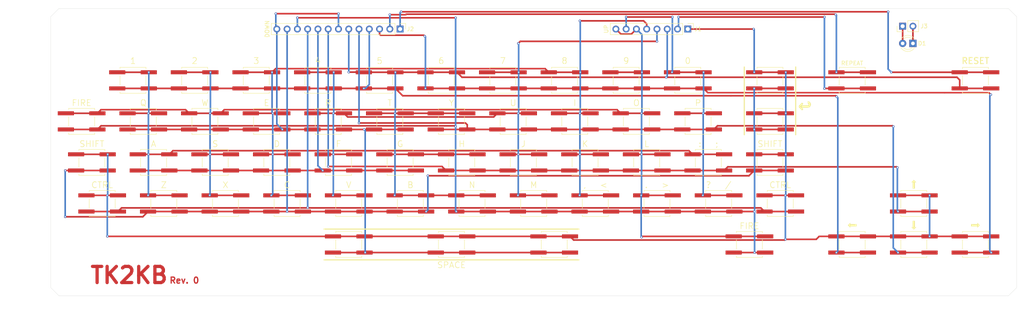
<source format=kicad_pcb>
(kicad_pcb (version 20241229) (generator "pcbnew") (generator_version "9.0")
  (layers (0 "F.Cu" signal) (2 "B.Cu" signal) (13 "F.Paste" user) (15 "B.Paste" user) (5 "F.SilkS" user "F.Silkscreen") (7 "B.SilkS" user "B.Silkscreen") (1 "F.Mask" user) (3 "B.Mask" user) (25 "Edge.Cuts" user))
  (net 0 "")
  (net 1 "/I3")
  (net 2 "/I5")
  (net 3 "/CLK")
  (net 4 "/I1")
  (net 5 "/I0")
  (net 6 "/I4")
  (net 7 "/I2")
  (net 8 "/O0")
  (net 9 "/O2")
  (net 10 "/O1")
  (net 11 "/O8")
  (net 12 "/O6")
  (net 13 "/O5")
  (net 14 "/O3")
  (net 15 "/~{RESET}")
  (net 16 "/~{REPEAT}")
  (net 17 "/O4")
  (net 18 "/O7")
  (net 19 "Net-(D1-A)")
  (net 20 "Net-(D1-K)")
  (footprint "buttons:SW_Push_SMD_Large" (layer "F.Cu") (at 111.76 81.28 180)
    (property "Reference" "SW9" (hide yes))
    (property "Value" "5")
  )
  (footprint "buttons:SW_Push_SMD_Large" (layer "F.Cu") (at 50.8 81.28 180)
    (property "Reference" "SW15" (hide yes))
    (property "Value" "1")
  )
  (footprint "buttons:SW_Push_SMD_Large" (layer "F.Cu") (at 119.38 111.76 180)
    (property "Reference" "SW50" (hide yes))
    (property "Value" "B")
  )
  (footprint "buttons:SW_Push_SMD_Large" (layer "F.Cu") (at 160.02 91.44 180)
    (property "Reference" "SW23" (hide yes))
    (property "Value" "I")
  )
  (footprint "buttons:SW_Push_SMD_Large" (layer "F.Cu") (at 86.36 101.6 180)
    (property "Reference" "SW34" (hide yes))
    (property "Value" "D")
  )
  (footprint "buttons:SW_Push_SMD_Large" (layer "F.Cu") (at 71.12 101.6 180)
    (property "Reference" "SW33" (hide yes))
    (property "Value" "S")
  )
  (footprint "buttons:SW_Push_SMD_Large" (layer "F.Cu") (at 193.04 101.6 180)
    (property "Reference" "SW41" (hide yes))
    (property "Value" ":   ;")
  )
  (footprint "buttons:SW_Push_SMD_Large" (layer "F.Cu") (at 129.54 121.92 180)
    (property "Reference" "SW5" (hide yes))
    (property "Value" "SPACE")
  )
  (footprint "buttons:SW_Push_SMD_Large" (layer "F.Cu") (at 203.2 121.92 180)
    (property "Reference" "SW26" (hide yes))
    (property "Value" "FIRE")
  )
  (footprint "buttons:SW_Push_SMD_Large" (layer "F.Cu") (at 149.86 111.76 180)
    (property "Reference" "SW52" (hide yes))
    (property "Value" "M")
  )
  (footprint "buttons:SW_Push_SMD_Large" (layer "F.Cu") (at 38.1 91.44 180)
    (property "Reference" "SW27" (hide yes))
    (property "Value" "FIRE")
  )
  (footprint "buttons:SW_Push_SMD_Large" (layer "F.Cu") (at 208.28 101.6 180)
    (property "Reference" "SW45" (hide yes))
    (property "Value" "SHIFT")
  )
  (footprint "buttons:SW_Push_SMD_Large" (layer "F.Cu") (at 66.04 81.28 180)
    (property "Reference" "SW6" (hide yes))
    (property "Value" "2")
  )
  (footprint "buttons:SW_Push_SMD_Large" (layer "F.Cu") (at 190.5 91.44 180)
    (property "Reference" "SW25" (hide yes))
    (property "Value" "P")
  )
  (footprint "buttons:SW_Push_SMD_Large" (layer "F.Cu") (at 180.34 111.76 180)
    (property "Reference" "SW54" (hide yes))
    (property "Value" ".   >")
  )
  (footprint "buttons:SW_Push_SMD_Large" (layer "F.Cu") (at 208.28 81.28 180)
    (property "Reference" "SW56" (hide yes))
    (property "Value" "RETURN")
  )
  (footprint "buttons:SW_Push_SMD_Large" (layer "F.Cu") (at 96.52 81.28 180)
    (property "Reference" "SW8" (hide yes))
    (property "Value" "4")
  )
  (footprint "LED_THT:LED_D3.0mm" (layer "F.Cu") (at 243.6225 72.136 180)
    (property "Reference" "D1")
    (property "Value" "Power LED")
  )
  (footprint "buttons:SW_Push_SMD_Large" (layer "F.Cu") (at 114.3 91.44 180)
    (property "Reference" "SW20" (hide yes))
    (property "Value" "T")
  )
  (footprint "buttons:SW_Push_SMD_Large" (layer "F.Cu") (at 172.72 81.28 180)
    (property "Reference" "SW13" (hide yes))
    (property "Value" "9")
  )
  (footprint "buttons:SW_Push_SMD_Large" (layer "F.Cu") (at 83.82 91.44 180)
    (property "Reference" "SW18" (hide yes))
    (property "Value" "E")
  )
  (footprint "buttons:SW_Push_SMD_Large" (layer "F.Cu") (at 228.6 81.28)
    (property "Reference" "SW2" (hide yes))
    (property "Value" "REPEAT")
  )
  (footprint "buttons:SW_Push_SMD_Large" (layer "F.Cu") (at 208.28 91.44 180)
    (property "Reference" "SW30" (hide yes))
    (property "Value" "RETURN" (hide yes))
  )
  (footprint "buttons:SW_Push_SMD_Large" (layer "F.Cu") (at 142.24 81.28 180)
    (property "Reference" "SW11" (hide yes))
    (property "Value" "7")
  )
  (footprint "buttons:SW_Push_SMD_Large" (layer "F.Cu") (at 162.56 101.6 180)
    (property "Reference" "SW39" (hide yes))
    (property "Value" "K")
  )
  (footprint "buttons:SW_Push_SMD_Large" (layer "F.Cu") (at 187.96 81.28 180)
    (property "Reference" "SW14" (hide yes))
    (property "Value" "0")
  )
  (footprint "buttons:SW_Push_SMD_Large" (layer "F.Cu") (at 132.08 101.6 180)
    (property "Reference" "SW37" (hide yes))
    (property "Value" "H")
  )
  (footprint "buttons:SW_Push_SMD_Large" (layer "F.Cu") (at 116.84 101.6 180)
    (property "Reference" "SW36" (hide yes))
    (property "Value" "G")
  )
  (footprint "buttons:SW_Push_SMD_Large" (layer "F.Cu") (at 104.14 121.92 180)
    (property "Reference" "SW3" (hide yes))
    (property "Value" "SPACE")
  )
  (footprint "buttons:SW_Push_SMD_Large" (layer "F.Cu") (at 68.58 91.44 180)
    (property "Reference" "SW17" (hide yes))
    (property "Value" "W")
  )
  (footprint "buttons:SW_Push_SMD_Large" (layer "F.Cu") (at 81.28 81.28 180)
    (property "Reference" "SW7" (hide yes))
    (property "Value" "3")
  )
  (footprint "buttons:SW_Push_SMD_Large" (layer "F.Cu") (at 259.08 121.92 180)
    (property "Reference" "SW43" (hide yes))
    (property "Value" "RIGHT")
  )
  (footprint "buttons:SW_Push_SMD_Large" (layer "F.Cu") (at 144.78 91.44 180)
    (property "Reference" "SW22" (hide yes))
    (property "Value" "U")
  )
  (footprint "Connector_PinHeader_2.54mm:PinHeader_1x02_P2.54mm_Vertical" (layer "F.Cu") (at 241.0775 67.8688 90)
    (property "Reference" "J3")
    (property "Value" "Power Connector")
  )
  (footprint "buttons:SW_Push_SMD_Large" (layer "F.Cu") (at 53.34 91.44 180)
    (property "Reference" "SW16" (hide yes))
    (property "Value" "Q")
  )
  (footprint "buttons:SW_Push_SMD_Large" (layer "F.Cu") (at 88.9 111.76 180)
    (property "Reference" "SW48" (hide yes))
    (property "Value" "C")
  )
  (footprint "buttons:SW_Push_SMD_Large" (layer "F.Cu") (at 243.84 121.92 180)
    (property "Reference" "SW29" (hide yes))
    (property "Value" "DOWN")
  )
  (footprint "MountingHole:MountingHole_3.2mm_M3_ISO7380" (layer "F.Cu") (at 264.16 129.54)
    (property "Reference" "H6" (hide yes))
    (property "Value" "MountingHole_Pad")
  )
  (footprint "buttons:SW_Push_SMD_Large" (layer "F.Cu") (at 177.8 101.6 180)
    (property "Reference" "SW40" (hide yes))
    (property "Value" "L")
  )
  (footprint "buttons:SW_Push_SMD_Large" (layer "F.Cu") (at 40.64 101.6 180)
    (property "Reference" "SW44" (hide yes))
    (property "Value" "SHIFT")
  )
  (footprint "buttons:SW_Push_SMD_Large" (layer "F.Cu") (at 104.14 111.76 180)
    (property "Reference" "SW49" (hide yes))
    (property "Value" "V")
  )
  (footprint "Connector_PinHeader_2.54mm:PinHeader_1x13_P2.54mm_Vertical" (layer "F.Cu") (at 116.84 68.58 -90)
    (property "Reference" "J2")
    (property "Value" "DOWN")
  )
  (footprint "buttons:SW_Push_SMD_Large" (layer "F.Cu") (at 101.6 101.6 180)
    (property "Reference" "SW35" (hide yes))
    (property "Value" "F")
  )
  (footprint "MountingHole:MountingHole_3.2mm_M3_ISO7380" (layer "F.Cu") (at 149.86 68.58)
    (property "Reference" "H3" (hide yes))
    (property "Value" "MountingHole_Pad")
  )
  (footprint "MountingHole:MountingHole_3.2mm_M3_ISO7380" (layer "F.Cu") (at 35.56 129.54)
    (property "Reference" "H2" (hide yes))
    (property "Value" "MountingHole_Pad")
  )
  (footprint "MountingHole:MountingHole_3.2mm_M3_ISO7380" (layer "F.Cu") (at 35.56 68.58)
    (property "Reference" "H1" (hide yes))
    (property "Value" "MountingHole_Pad")
  )
  (footprint "buttons:SW_Push_SMD_Large" (layer "F.Cu") (at 210.82 111.76 180)
    (property "Reference" "SW57" (hide yes))
    (property "Value" "CTRL")
  )
  (footprint "buttons:SW_Push_SMD_Large" (layer "F.Cu") (at 129.54 91.44 180)
    (property "Reference" "SW21" (hide yes))
    (property "Value" "Y")
  )
  (footprint "buttons:SW_Push_SMD_Large" (layer "F.Cu") (at 175.26 91.44 180)
    (property "Reference" "SW24" (hide yes))
    (property "Value" "O")
  )
  (footprint "buttons:SW_Push_SMD_Large" (layer "F.Cu") (at 58.42 111.76 180)
    (property "Reference" "SW46" (hide yes))
    (property "Value" "Z")
  )
  (footprint "buttons:SW_Push_SMD_Large" (layer "F.Cu") (at 55.88 101.6 180)
    (property "Reference" "SW32" (hide yes))
    (property "Value" "A")
  )
  (footprint "MountingHole:MountingHole_3.2mm_M3_ISO7380" (layer "F.Cu") (at 264.16 68.58)
    (property "Reference" "H5" (hide yes))
    (property "Value" "MountingHole_Pad")
  )
  (footprint "buttons:SW_Push_SMD_Large" (layer "F.Cu") (at 154.94 121.92 180)
    (property "Reference" "SW4" (hide yes))
    (property "Value" "SPACE")
  )
  (footprint "buttons:SW_Push_SMD_Large" (layer "F.Cu") (at 134.62 111.76 180)
    (property "Reference" "SW51" (hide yes))
    (property "Value" "N")
  )
  (footprint "buttons:SW_Push_SMD_Large" (layer "F.Cu") (at 228.6 121.92 180)
    (property "Reference" "SW42" (hide yes))
    (property "Value" "LEFT")
  )
  (footprint "buttons:SW_Push_SMD_Large" (layer "F.Cu") (at 165.1 111.76 180)
    (property "Reference" "SW53" (hide yes))
    (property "Value" ",   <")
  )
  (footprint "Connector_PinHeader_2.54mm:PinHeader_1x08_P2.54mm_Vertical" (layer "F.Cu") (at 187.96 68.58 -90)
    (property "Reference" "J1")
    (property "Value" "UP")
  )
  (footprint "buttons:SW_Push_SMD_Large" (layer "F.Cu") (at 127 81.28 180)
    (property "Reference" "SW10" (hide yes))
    (property "Value" "6")
  )
  (footprint "buttons:SW_Push_SMD_Large" (layer "F.Cu") (at 99.06 91.44 180)
    (property "Reference" "SW19" (hide yes))
    (property "Value" "R")
  )
  (footprint "buttons:SW_Push_SMD_Large" (layer "F.Cu") (at 73.66 111.76 180)
    (property "Reference" "SW47" (hide yes))
    (property "Value" "X")
  )
  (footprint "MountingHole:MountingHole_3.2mm_M3_ISO7380" (layer "F.Cu") (at 149.86 129.54)
    (property "Reference" "H4" (hide yes))
    (property "Value" "MountingHole_Pad")
  )
  (footprint "buttons:SW_Push_SMD_Large" (layer "F.Cu") (at 243.84 111.76 180)
    (property "Reference" "SW28" (hide yes))
    (property "Value" "UP")
  )
  (footprint "buttons:SW_Push_SMD_Large" (layer "F.Cu") (at 195.58 111.76 180)
    (property "Reference" "SW55" (hide yes))
    (property "Value" "?   /")
  )
  (footprint "buttons:SW_Push_SMD_Large" (layer "F.Cu") (at 43.18 111.76 180)
    (property "Reference" "SW31" (hide yes))
    (property "Value" "CTRL")
  )
  (footprint "buttons:SW_Push_SMD_Large" (layer "F.Cu") (at 157.48 81.28 180)
    (property "Reference" "SW12" (hide yes))
    (property "Value" "8")
  )
  (footprint "buttons:SW_Push_SMD_Large" (layer "F.Cu") (at 147.32 101.6 180)
    (property "Reference" "SW38" (hide yes))
    (property "Value" "J")
  )
  (footprint "buttons:SW_Push_SMD_Large" (layer "F.Cu") (at 259.08 81.28)
    (property "Reference" "SW1" (hide yes))
    (property "Value" "RESET")
  )
  (gr_line (start 98.044 125.73) (end 161.036 125.73) (stroke (width 0.3)) (layer "F.SilkS"))
  (gr_line (start 214.63 77.978) (end 214.63 94.742) (stroke (width 0.3)) (layer "F.SilkS"))
  (gr_line (start 201.93 77.978) (end 201.93 94.742) (stroke (width 0.3)) (layer "F.SilkS"))
  (gr_line (start 98.044 118.11) (end 161.036 118.11) (stroke (width 0.3)) (layer "F.SilkS"))
  (gr_line (start 267.24 63.5) (end 269.24 65.5) (stroke (width 0.05)) (layer "Edge.Cuts"))
  (gr_line (start 30.48 132.62) (end 30.48 65.5) (stroke (width 0.05)) (layer "Edge.Cuts"))
  (gr_line (start 267.24 134.62) (end 269.24 132.62) (stroke (width 0.05)) (layer "Edge.Cuts"))
  (gr_line (start 32.48 134.62) (end 30.48 132.62) (stroke (width 0.05)) (layer "Edge.Cuts"))
  (gr_line (start 32.48 134.62) (end 267.24 134.62) (stroke (width 0.05)) (layer "Edge.Cuts"))
  (gr_line (start 269.24 132.62) (end 269.24 65.5) (stroke (width 0.05)) (layer "Edge.Cuts"))
  (gr_line (start 30.48 65.5) (end 32.48 63.5) (stroke (width 0.05)) (layer "Edge.Cuts"))
  (gr_line (start 32.48 63.5) (end 267.24 63.5) (stroke (width 0.05)) (layer "Edge.Cuts"))
  (gr_text "TK2KB" (at 39.878 129.54 0) (layer "F.Cu") (effects (font (size 4 4) (thickness 0.8) (bold yes)) (justify left)))
  (gr_text "Rev. 0" (at 59.69 130.81 0) (layer "F.Cu") (effects (font (size 1.5 1.5) (thickness 0.3) (bold yes)) (justify left)))
  (gr_text "⬆️" (at 243.84 107.188 0) (layer "F.SilkS") (effects (font (size 3 3) (thickness 0.3) (bold yes))))
  (gr_text "⬅️" (at 228.6 117.348 0) (layer "F.SilkS") (effects (font (size 3 3) (thickness 0.3) (bold yes))))
  (gr_text "↩️" (at 216.916 87.63 0) (layer "F.SilkS") (effects (font (size 4 4) (thickness 0.3) (bold yes))))
  (gr_text "⬇️" (at 243.84 117.348 0) (layer "F.SilkS") (effects (font (size 3 3) (thickness 0.3) (bold yes))))
  (gr_text "➡️" (at 259.08 117.348 0) (layer "F.SilkS") (effects (font (size 3 3) (thickness 0.3) (bold yes))))
  (segment (start 77.38 79.28) (end 85.18 79.28) (width 0.4) (layer "F.Cu") (net 1))
  (segment (start 85.18 79.28) (end 85.122 79.28) (width 0.4) (layer "F.Cu") (net 1))
  (segment (start 79.92 89.44) (end 85.344 89.44) (width 0.4) (layer "F.Cu") (net 1))
  (segment (start 161.29 66.548) (end 177.038 66.548) (width 0.4) (layer "F.Cu") (net 1))
  (segment (start 86.081 78.379) (end 85.18 79.28) (width 0.4) (layer "F.Cu") (net 1))
  (segment (start 152.679 78.379) (end 86.081 78.379) (width 0.4) (layer "F.Cu") (net 1))
  (segment (start 156.12 89.44) (end 161.29 89.44) (width 0.4) (layer "F.Cu") (net 1))
  (segment (start 161.29 89.44) (end 163.92 89.44) (width 0.4) (layer "F.Cu") (net 1))
  (segment (start 177.038 66.548) (end 177.8 67.31) (width 0.4) (layer "F.Cu") (net 1))
  (segment (start 161.38 79.28) (end 153.58 79.28) (width 0.4) (layer "F.Cu") (net 1))
  (segment (start 161.29 99.6) (end 166.46 99.6) (width 0.4) (layer "F.Cu") (net 1))
  (segment (start 177.8 67.31) (end 177.8 68.58) (width 0.4) (layer "F.Cu") (net 1))
  (segment (start 82.46 99.6) (end 85.344 99.6) (width 0.4) (layer "F.Cu") (net 1))
  (segment (start 161.2 109.76) (end 169 109.76) (width 0.4) (layer "F.Cu") (net 1))
  (segment (start 158.66 99.6) (end 161.29 99.6) (width 0.4) (layer "F.Cu") (net 1))
  (segment (start 153.58 79.28) (end 152.679 78.379) (width 0.4) (layer "F.Cu") (net 1))
  (segment (start 85 109.76) (end 92.8 109.76) (width 0.4) (layer "F.Cu") (net 1))
  (segment (start 85.344 99.6) (end 90.26 99.6) (width 0.4) (layer "F.Cu") (net 1))
  (segment (start 85.344 89.44) (end 87.72 89.44) (width 0.4) (layer "F.Cu") (net 1))
  (via (at 85.344 89.44) (size 0.6) (drill 0.3) (layers "F.Cu" "B.Cu") (net 1))
  (via (at 161.29 89.44) (size 0.6) (drill 0.3) (layers "F.Cu" "B.Cu") (net 1))
  (via (at 161.38 79.28) (size 0.6) (drill 0.3) (layers "F.Cu" "B.Cu") (net 1))
  (via (at 161.29 66.548) (size 0.6) (drill 0.3) (layers "F.Cu" "B.Cu") (net 1))
  (via (at 85.344 99.6) (size 0.6) (drill 0.3) (layers "F.Cu" "B.Cu") (net 1))
  (via (at 161.2 109.76) (size 0.6) (drill 0.3) (layers "F.Cu" "B.Cu") (net 1))
  (via (at 85.18 79.28) (size 0.6) (drill 0.3) (layers "F.Cu" "B.Cu") (net 1))
  (via (at 161.29 99.6) (size 0.6) (drill 0.3) (layers "F.Cu" "B.Cu") (net 1))
  (via (at 85 109.76) (size 0.6) (drill 0.3) (layers "F.Cu" "B.Cu") (net 1))
  (segment (start 161.29 109.67) (end 161.2 109.76) (width 0.4) (layer "B.Cu") (net 1))
  (segment (start 161.38 79.28) (end 161.38 66.638) (width 0.4) (layer "B.Cu") (net 1))
  (segment (start 161.29 89.44) (end 161.29 99.6) (width 0.4) (layer "B.Cu") (net 1))
  (segment (start 85.344 99.6) (end 85.344 109.416) (width 0.4) (layer "B.Cu") (net 1))
  (segment (start 161.38 89.35) (end 161.29 89.44) (width 0.4) (layer "B.Cu") (net 1))
  (segment (start 161.38 79.28) (end 161.38 89.35) (width 0.4) (layer "B.Cu") (net 1))
  (segment (start 161.29 99.6) (end 161.29 109.67) (width 0.4) (layer "B.Cu") (net 1))
  (segment (start 85.18 79.28) (end 85.18 89.276) (width 0.4) (layer "B.Cu") (net 1))
  (segment (start 161.38 66.638) (end 161.29 66.548) (width 0.4) (layer "B.Cu") (net 1))
  (segment (start 85.344 109.416) (end 85 109.76) (width 0.4) (layer "B.Cu") (net 1))
  (segment (start 85.18 89.276) (end 85.344 89.44) (width 0.4) (layer "B.Cu") (net 1))
  (segment (start 85.344 89.44) (end 85.344 99.6) (width 0.4) (layer "B.Cu") (net 1))
  (segment (start 191.77 89.44) (end 194.4 89.44) (width 0.4) (layer "F.Cu") (net 2))
  (segment (start 60.681 98.699) (end 188.239 98.699) (width 0.4) (layer "F.Cu") (net 2))
  (segment (start 59.78 99.6) (end 60.681 98.699) (width 0.4) (layer "F.Cu") (net 2))
  (segment (start 191.86 79.28) (end 184.06 79.28) (width 0.4) (layer "F.Cu") (net 2))
  (segment (start 189.14 99.6) (end 191.77 99.6) (width 0.4) (layer "F.Cu") (net 2))
  (segment (start 186.6 89.44) (end 191.77 89.44) (width 0.4) (layer "F.Cu") (net 2))
  (segment (start 188.239 98.699) (end 189.14 99.6) (width 0.4) (layer "F.Cu") (net 2))
  (segment (start 51.98 99.6) (end 54.61 99.6) (width 0.4) (layer "F.Cu") (net 2))
  (segment (start 49.44 89.44) (end 54.61 89.44) (width 0.4) (layer "F.Cu") (net 2))
  (segment (start 54.52 109.76) (end 62.32 109.76) (width 0.4) (layer "F.Cu") (net 2))
  (segment (start 191.68 109.76) (end 199.48 109.76) (width 0.4) (layer "F.Cu") (net 2))
  (segment (start 54.61 89.44) (end 57.24 89.44) (width 0.4) (layer "F.Cu") (net 2))
  (segment (start 191.77 99.6) (end 196.94 99.6) (width 0.4) (layer "F.Cu") (net 2))
  (segment (start 46.9 79.28) (end 54.7 79.28) (width 0.4) (layer "F.Cu") (net 2))
  (segment (start 184.15 65.601) (end 172.72 65.601) (width 0.4) (layer "F.Cu") (net 2))
  (segment (start 54.61 99.6) (end 59.78 99.6) (width 0.4) (layer "F.Cu") (net 2))
  (via (at 191.77 89.44) (size 0.6) (drill 0.3) (layers "F.Cu" "B.Cu") (net 2))
  (via (at 54.52 109.76) (size 0.6) (drill 0.3) (layers "F.Cu" "B.Cu") (net 2))
  (via (at 184.15 65.601) (size 0.6) (drill 0.3) (layers "F.Cu" "B.Cu") (net 2))
  (via (at 191.86 79.28) (size 0.6) (drill 0.3) (layers "F.Cu" "B.Cu") (net 2))
  (via (at 191.77 99.6) (size 0.6) (drill 0.3) (layers "F.Cu" "B.Cu") (net 2))
  (via (at 191.68 109.76) (size 0.6) (drill 0.3) (layers "F.Cu" "B.Cu") (net 2))
  (via (at 54.61 99.6) (size 0.6) (drill 0.3) (layers "F.Cu" "B.Cu") (net 2))
  (via (at 184.06 79.28) (size 0.6) (drill 0.3) (layers "F.Cu" "B.Cu") (net 2))
  (via (at 172.72 65.601) (size 0.6) (drill 0.3) (layers "F.Cu" "B.Cu") (net 2))
  (via (at 54.7 79.28) (size 0.6) (drill 0.3) (layers "F.Cu" "B.Cu") (net 2))
  (via (at 54.61 89.44) (size 0.6) (drill 0.3) (layers "F.Cu" "B.Cu") (net 2))
  (segment (start 172.72 65.601) (end 172.72 68.58) (width 0.4) (layer "B.Cu") (net 2))
  (segment (start 54.61 109.67) (end 54.52 109.76) (width 0.4) (layer "B.Cu") (net 2))
  (segment (start 191.77 109.67) (end 191.68 109.76) (width 0.4) (layer "B.Cu") (net 2))
  (segment (start 54.61 99.6) (end 54.61 109.67) (width 0.4) (layer "B.Cu") (net 2))
  (segment (start 191.86 89.35) (end 191.77 89.44) (width 0.4) (layer "B.Cu") (net 2))
  (segment (start 191.77 99.6) (end 191.77 109.67) (width 0.4) (layer "B.Cu") (net 2))
  (segment (start 184.06 79.28) (end 184.15 79.19) (width 0.4) (layer "B.Cu") (net 2))
  (segment (start 191.77 89.44) (end 191.77 99.6) (width 0.4) (layer "B.Cu") (net 2))
  (segment (start 191.86 79.28) (end 191.86 89.35) (width 0.4) (layer "B.Cu") (net 2))
  (segment (start 54.61 89.44) (end 54.61 99.6) (width 0.4) (layer "B.Cu") (net 2))
  (segment (start 54.7 79.28) (end 54.7 89.35) (width 0.4) (layer "B.Cu") (net 2))
  (segment (start 54.7 89.35) (end 54.61 89.44) (width 0.4) (layer "B.Cu") (net 2))
  (segment (start 184.15 79.19) (end 184.15 65.601) (width 0.4) (layer "B.Cu") (net 2))
  (segment (start 221.742 65.601) (end 185.674 65.601) (width 0.4) (layer "F.Cu") (net 3))
  (segment (start 224.7 83.28) (end 232.5 83.28) (width 0.4) (layer "F.Cu") (net 3))
  (segment (start 221.774 83.28) (end 221.742 83.312) (width 0.4) (layer "F.Cu") (net 3))
  (segment (start 224.7 83.28) (end 221.774 83.28) (width 0.4) (layer "F.Cu") (net 3))
  (via (at 185.674 65.601) (size 0.6) (drill 0.3) (layers "F.Cu" "B.Cu") (net 3))
  (via (at 221.742 65.601) (size 0.6) (drill 0.3) (layers "F.Cu" "B.Cu") (net 3))
  (via (at 221.742 83.312) (size 0.6) (drill 0.3) (layers "F.Cu" "B.Cu") (net 3))
  (segment (start 221.742 83.312) (end 221.742 65.601) (width 0.4) (layer "B.Cu") (net 3))
  (segment (start 185.674 68.326) (end 185.42 68.58) (width 0.4) (layer "B.Cu") (net 3))
  (segment (start 185.674 65.601) (end 185.674 68.326) (width 0.4) (layer "B.Cu") (net 3))
  (segment (start 135.98 99.6) (end 115.57 99.6) (width 0.4) (layer "F.Cu") (net 4))
  (segment (start 182.626 80.518) (end 254.508 80.518) (width 0.4) (layer "F.Cu") (net 4))
  (segment (start 115.57 79.28) (end 107.86 79.28) (width 0.4) (layer "F.Cu") (net 4))
  (segment (start 115.57 99.6) (end 112.94 99.6) (width 0.4) (layer "F.Cu") (net 4))
  (segment (start 107.828 79.248) (end 107.86 79.28) (width 0.4) (layer "F.Cu") (net 4))
  (segment (start 123.1 79.28) (end 115.57 79.28) (width 0.4) (layer "F.Cu") (net 4))
  (segment (start 130.9 79.28) (end 132.138 80.518) (width 0.4) (layer "F.Cu") (net 4))
  (segment (start 132.138 80.518) (end 182.626 80.518) (width 0.4) (layer "F.Cu") (net 4))
  (segment (start 255.18 81.19) (end 255.18 83.28) (width 0.4) (layer "F.Cu") (net 4))
  (segment (start 115.66 79.28) (end 115.57 79.28) (width 0.4) (layer "F.Cu") (net 4))
  (segment (start 110.4 89.44) (end 115.57 89.44) (width 0.4) (layer "F.Cu") (net 4))
  (segment (start 262.98 83.28) (end 255.18 83.28) (width 0.4) (layer "F.Cu") (net 4))
  (segment (start 130.9 79.28) (end 123.1 79.28) (width 0.4) (layer "F.Cu") (net 4))
  (segment (start 254.508 80.518) (end 255.18 81.19) (width 0.4) (layer "F.Cu") (net 4))
  (segment (start 115.57 89.44) (end 133.44 89.44) (width 0.4) (layer "F.Cu") (net 4))
  (segment (start 115.48 109.76) (end 138.52 109.76) (width 0.4) (layer "F.Cu") (net 4))
  (segment (start 104.14 79.248) (end 107.828 79.248) (width 0.4) (layer "F.Cu") (net 4))
  (via (at 182.626 80.518) (size 0.6) (drill 0.3) (layers "F.Cu" "B.Cu") (net 4))
  (via (at 115.66 79.28) (size 0.6) (drill 0.3) (layers "F.Cu" "B.Cu") (net 4))
  (via (at 115.57 99.6) (size 0.6) (drill 0.3) (layers "F.Cu" "B.Cu") (net 4))
  (via (at 104.14 79.248) (size 0.6) (drill 0.3) (layers "F.Cu" "B.Cu") (net 4))
  (via (at 115.48 109.76) (size 0.6) (drill 0.3) (layers "F.Cu" "B.Cu") (net 4))
  (via (at 115.57 89.44) (size 0.6) (drill 0.3) (layers "F.Cu" "B.Cu") (net 4))
  (segment (start 182.88 68.58) (end 182.88 80.264) (width 0.4) (layer "B.Cu") (net 4))
  (segment (start 115.57 89.44) (end 115.57 99.6) (width 0.4) (layer "B.Cu") (net 4))
  (segment (start 104.14 68.58) (end 104.14 79.248) (width 0.4) (layer "B.Cu") (net 4))
  (segment (start 115.57 99.6) (end 115.57 109.67) (width 0.4) (layer "B.Cu") (net 4))
  (segment (start 115.57 109.67) (end 115.48 109.76) (width 0.4) (layer "B.Cu") (net 4))
  (segment (start 182.88 80.264) (end 182.626 80.518) (width 0.4) (layer "B.Cu") (net 4))
  (segment (start 115.66 89.35) (end 115.57 89.44) (width 0.4) (layer "B.Cu") (net 4))
  (segment (start 115.66 79.28) (end 115.66 89.35) (width 0.4) (layer "B.Cu") (net 4))
  (segment (start 158.84 119.92) (end 159.741 120.821) (width 0.4) (layer "F.Cu") (net 5))
  (segment (start 211.919 120.821) (end 212.09 120.65) (width 0.4) (layer "F.Cu") (net 5))
  (segment (start 204.38 99.6) (end 212.18 99.6) (width 0.4) (layer "F.Cu") (net 5))
  (segment (start 212.09 109.76) (end 214.72 109.76) (width 0.4) (layer "F.Cu") (net 5))
  (segment (start 39.28 109.76) (end 44.45 109.76) (width 0.4) (layer "F.Cu") (net 5))
  (segment (start 220.44 119.92) (end 219.71 120.65) (width 0.4) (layer "F.Cu") (net 5))
  (segment (start 239.94 109.76) (end 247.74 109.76) (width 0.4) (layer "F.Cu") (net 5))
  (segment (start 224.7 119.92) (end 220.44 119.92) (width 0.4) (layer "F.Cu") (net 5))
  (segment (start 212.18 79.28) (end 212.09 79.28) (width 0.4) (layer "F.Cu") (net 5))
  (segment (start 204.38 79.28) (end 212.18 79.28) (width 0.4) (layer "F.Cu") (net 5))
  (segment (start 100.24 119.92) (end 158.84 119.92) (width 0.4) (layer "F.Cu") (net 5))
  (segment (start 224.7 119.92) (end 262.98 119.92) (width 0.4) (layer "F.Cu") (net 5))
  (segment (start 36.74 99.6) (end 44.54 99.6) (width 0.4) (layer "F.Cu") (net 5))
  (segment (start 100.24 119.92) (end 44.482 119.92) (width 0.4) (layer "F.Cu") (net 5))
  (segment (start 206.92 109.76) (end 212.09 109.76) (width 0.4) (layer "F.Cu") (net 5))
  (segment (start 44.482 119.92) (end 44.45 119.888) (width 0.4) (layer "F.Cu") (net 5))
  (segment (start 204.216 68.58) (end 187.96 68.58) (width 0.4) (layer "F.Cu") (net 5))
  (segment (start 204.38 89.44) (end 212.18 89.44) (width 0.4) (layer "F.Cu") (net 5))
  (segment (start 212.09 120.65) (end 219.71 120.65) (width 0.4) (layer "F.Cu") (net 5))
  (segment (start 44.45 109.76) (end 47.08 109.76) (width 0.4) (layer "F.Cu") (net 5))
  (segment (start 159.741 120.821) (end 211.919 120.821) (width 0.4) (layer "F.Cu") (net 5))
  (via (at 212.09 120.65) (size 0.6) (drill 0.3) (layers "F.Cu" "B.Cu") (net 5))
  (via (at 204.216 68.58) (size 0.6) (drill 0.3) (layers "F.Cu" "B.Cu") (net 5))
  (via (at 212.18 79.28) (size 0.6) (drill 0.3) (layers "F.Cu" "B.Cu") (net 5))
  (via (at 44.54 99.6) (size 0.6) (drill 0.3) (layers "F.Cu" "B.Cu") (net 5))
  (via (at 212.09 109.76) (size 0.6) (drill 0.3) (layers "F.Cu" "B.Cu") (net 5))
  (via (at 212.18 99.6) (size 0.6) (drill 0.3) (layers "F.Cu" "B.Cu") (net 5))
  (via (at 44.45 119.888) (size 0.6) (drill 0.3) (layers "F.Cu" "B.Cu") (net 5))
  (via (at 247.74 119.92) (size 0.6) (drill 0.3) (layers "F.Cu" "B.Cu") (net 5))
  (via (at 204.38 79.28) (size 0.6) (drill 0.3) (layers "F.Cu" "B.Cu") (net 5))
  (via (at 212.18 89.44) (size 0.6) (drill 0.3) (layers "F.Cu" "B.Cu") (net 5))
  (via (at 44.45 109.76) (size 0.6) (drill 0.3) (layers "F.Cu" "B.Cu") (net 5))
  (via (at 247.74 109.76) (size 0.6) (drill 0.3) (layers "F.Cu" "B.Cu") (net 5))
  (segment (start 204.38 68.744) (end 204.216 68.58) (width 0.4) (layer "B.Cu") (net 5))
  (segment (start 212.18 109.67) (end 212.09 109.76) (width 0.4) (layer "B.Cu") (net 5))
  (segment (start 247.74 109.76) (end 247.74 119.92) (width 0.4) (layer "B.Cu") (net 5))
  (segment (start 212.18 99.6) (end 212.18 109.67) (width 0.4) (layer "B.Cu") (net 5))
  (segment (start 204.38 79.28) (end 204.38 68.744) (width 0.4) (layer "B.Cu") (net 5))
  (segment (start 44.54 99.6) (end 44.54 109.67) (width 0.4) (layer "B.Cu") (net 5))
  (segment (start 212.09 120.65) (end 212.09 109.76) (width 0.4) (layer "B.Cu") (net 5))
  (segment (start 44.54 109.67) (end 44.45 109.76) (width 0.4) (layer "B.Cu") (net 5))
  (segment (start 44.45 119.888) (end 44.45 109.76) (width 0.4) (layer "B.Cu") (net 5))
  (segment (start 212.18 89.44) (end 212.18 99.6) (width 0.4) (layer "B.Cu") (net 5))
  (segment (start 212.18 79.28) (end 212.18 89.44) (width 0.4) (layer "B.Cu") (net 5))
  (segment (start 176.53 89.44) (end 179.16 89.44) (width 0.4) (layer "F.Cu") (net 6))
  (segment (start 171.36 89.44) (end 176.53 89.44) (width 0.4) (layer "F.Cu") (net 6))
  (segment (start 34.2 89.44) (end 42 89.44) (width 0.4) (layer "F.Cu") (net 6))
  (segment (start 63.779 88.539) (end 64.68 89.44) (width 0.4) (layer "F.Cu") (net 6))
  (segment (start 73.381 88.539) (end 72.48 89.44) (width 0.4) (layer "F.Cu") (net 6))
  (segment (start 69.85 99.6) (end 75.02 99.6) (width 0.4) (layer "F.Cu") (net 6))
  (segment (start 181.7 99.6) (end 176.53 99.6) (width 0.4) (layer "F.Cu") (net 6))
  (segment (start 171.36 89.44) (end 170.459 88.539) (width 0.4) (layer "F.Cu") (net 6))
  (segment (start 176.44 109.76) (end 184.24 109.76) (width 0.4) (layer "F.Cu") (net 6))
  (segment (start 174.009 69.831) (end 175.26 68.58) (width 0.4) (layer "F.Cu") (net 6))
  (segment (start 67.22 99.6) (end 69.85 99.6) (width 0.4) (layer "F.Cu") (net 6))
  (segment (start 62.14 79.28) (end 69.94 79.28) (width 0.4) (layer "F.Cu") (net 6))
  (segment (start 42.901 88.539) (end 63.779 88.539) (width 0.4) (layer "F.Cu") (net 6))
  (segment (start 170.459 88.539) (end 73.381 88.539) (width 0.4) (layer "F.Cu") (net 6))
  (segment (start 171.431 69.831) (end 174.009 69.831) (width 0.4) (layer "F.Cu") (net 6))
  (segment (start 42 89.44) (end 42.901 88.539) (width 0.4) (layer "F.Cu") (net 6))
  (segment (start 64.68 89.44) (end 69.85 89.44) (width 0.4) (layer "F.Cu") (net 6))
  (segment (start 170.18 68.58) (end 171.431 69.831) (width 0.4) (layer "F.Cu") (net 6))
  (segment (start 176.53 120.121) (end 176.731 119.92) (width 0.4) (layer "F.Cu") (net 6))
  (segment (start 207.1 119.92) (end 199.3 119.92) (width 0.4) (layer "F.Cu") (net 6))
  (segment (start 69.85 89.44) (end 72.48 89.44) (width 0.4) (layer "F.Cu") (net 6))
  (segment (start 69.76 109.76) (end 77.56 109.76) (width 0.4) (layer "F.Cu") (net 6))
  (segment (start 176.53 99.6) (end 173.9 99.6) (width 0.4) (layer "F.Cu") (net 6))
  (segment (start 176.731 119.92) (end 199.3 119.92) (width 0.4) (layer "F.Cu") (net 6))
  (segment (start 176.62 79.28) (end 168.82 79.28) (width 0.4) (layer "F.Cu") (net 6))
  (via (at 176.44 109.76) (size 0.6) (drill 0.3) (layers "F.Cu" "B.Cu") (net 6))
  (via (at 176.53 120.121) (size 0.6) (drill 0.3) (layers "F.Cu" "B.Cu") (net 6))
  (via (at 69.85 99.6) (size 0.6) (drill 0.3) (layers "F.Cu" "B.Cu") (net 6))
  (via (at 69.76 109.76) (size 0.6) (drill 0.3) (layers "F.Cu" "B.Cu") (net 6))
  (via (at 69.85 89.44) (size 0.6) (drill 0.3) (layers "F.Cu" "B.Cu") (net 6))
  (via (at 69.94 79.28) (size 0.6) (drill 0.3) (layers "F.Cu" "B.Cu") (net 6))
  (via (at 176.53 99.6) (size 0.6) (drill 0.3) (layers "F.Cu" "B.Cu") (net 6))
  (via (at 176.53 89.44) (size 0.6) (drill 0.3) (layers "F.Cu" "B.Cu") (net 6))
  (via (at 176.62 79.28) (size 0.6) (drill 0.3) (layers "F.Cu" "B.Cu") (net 6))
  (segment (start 176.62 79.28) (end 176.62 89.35) (width 0.4) (layer "B.Cu") (net 6))
  (segment (start 69.85 89.44) (end 69.85 99.6) (width 0.4) (layer "B.Cu") (net 6))
  (segment (start 176.44 109.76) (end 176.44 120.031) (width 0.4) (layer "B.Cu") (net 6))
  (segment (start 176.44 120.031) (end 176.53 120.121) (width 0.4) (layer "B.Cu") (net 6))
  (segment (start 176.53 99.6) (end 176.53 109.67) (width 0.4) (layer "B.Cu") (net 6))
  (segment (start 176.53 89.44) (end 176.53 99.6) (width 0.4) (layer "B.Cu") (net 6))
  (segment (start 176.62 89.35) (end 176.53 89.44) (width 0.4) (layer "B.Cu") (net 6))
  (segment (start 69.94 89.35) (end 69.85 89.44) (width 0.4) (layer "B.Cu") (net 6))
  (segment (start 176.53 109.67) (end 176.44 109.76) (width 0.4) (layer "B.Cu") (net 6))
  (segment (start 176.62 69.94) (end 175.26 68.58) (width 0.4) (layer "B.Cu") (net 6))
  (segment (start 176.62 79.28) (end 176.62 69.94) (width 0.4) (layer "B.Cu") (net 6))
  (segment (start 69.94 79.28) (end 69.94 89.35) (width 0.4) (layer "B.Cu") (net 6))
  (segment (start 69.85 109.67) (end 69.76 109.76) (width 0.4) (layer "B.Cu") (net 6))
  (segment (start 69.85 99.6) (end 69.85 109.67) (width 0.4) (layer "B.Cu") (net 6))
  (segment (start 100.33 89.44) (end 102.96 89.44) (width 0.4) (layer "F.Cu") (net 7))
  (segment (start 103.861 90.341) (end 139.979 90.341) (width 0.4) (layer "F.Cu") (net 7))
  (segment (start 102.96 89.44) (end 103.861 90.341) (width 0.4) (layer "F.Cu") (net 7))
  (segment (start 140.88 89.44) (end 146.05 89.44) (width 0.4) (layer "F.Cu") (net 7))
  (segment (start 146.05 72.136) (end 146.558 71.628) (width 0.4) (layer "F.Cu") (net 7))
  (segment (start 139.979 90.341) (end 140.88 89.44) (width 0.4) (layer "F.Cu") (net 7))
  (segment (start 100.33 99.6) (end 105.5 99.6) (width 0.4) (layer "F.Cu") (net 7))
  (segment (start 100.24 109.76) (end 108.04 109.76) (width 0.4) (layer "F.Cu") (net 7))
  (segment (start 143.42 99.6) (end 146.05 99.6) (width 0.4) (layer "F.Cu") (net 7))
  (segment (start 97.7 99.6) (end 100.33 99.6) (width 0.4) (layer "F.Cu") (net 7))
  (segment (start 146.558 71.628) (end 180.34 71.628) (width 0.4) (layer "F.Cu") (net 7))
  (segment (start 146.05 89.44) (end 148.68 89.44) (width 0.4) (layer "F.Cu") (net 7))
  (segment (start 95.16 89.44) (end 100.33 89.44) (width 0.4) (layer "F.Cu") (net 7))
  (segment (start 146.14 79.28) (end 138.34 79.28) (width 0.4) (layer "F.Cu") (net 7))
  (segment (start 145.96 109.76) (end 153.76 109.76) (width 0.4) (layer "F.Cu") (net 7))
  (segment (start 146.05 99.6) (end 151.22 99.6) (width 0.4) (layer "F.Cu") (net 7))
  (segment (start 92.62 79.28) (end 100.42 79.28) (width 0.4) (layer "F.Cu") (net 7))
  (via (at 146.05 72.136) (size 0.6) (drill 0.3) (layers "F.Cu" "B.Cu") (net 7))
  (via (at 100.33 99.6) (size 0.6) (drill 0.3) (layers "F.Cu" "B.Cu") (net 7))
  (via (at 146.14 79.28) (size 0.6) (drill 0.3) (layers "F.Cu" "B.Cu") (net 7))
  (via (at 100.24 109.76) (size 0.6) (drill 0.3) (layers "F.Cu" "B.Cu") (net 7))
  (via (at 180.34 71.628) (size 0.6) (drill 0.3) (layers "F.Cu" "B.Cu") (net 7))
  (via (at 145.96 109.76) (size 0.6) (drill 0.3) (layers "F.Cu" "B.Cu") (net 7))
  (via (at 146.05 99.6) (size 0.6) (drill 0.3) (layers "F.Cu" "B.Cu") (net 7))
  (via (at 100.42 79.28) (size 0.6) (drill 0.3) (layers "F.Cu" "B.Cu") (net 7))
  (via (at 100.33 89.44) (size 0.6) (drill 0.3) (layers "F.Cu" "B.Cu") (net 7))
  (via (at 146.05 89.44) (size 0.6) (drill 0.3) (layers "F.Cu" "B.Cu") (net 7))
  (segment (start 100.33 99.6) (end 100.33 109.67) (width 0.4) (layer "B.Cu") (net 7))
  (segment (start 180.34 68.58) (end 180.34 71.628) (width 0.4) (layer "B.Cu") (net 7))
  (segment (start 100.42 79.28) (end 100.42 89.35) (width 0.4) (layer "B.Cu") (net 7))
  (segment (start 146.14 79.28) (end 146.14 89.35) (width 0.4) (layer "B.Cu") (net 7))
  (segment (start 146.14 79.28) (end 146.14 72.226) (width 0.4) (layer "B.Cu") (net 7))
  (segment (start 100.33 109.67) (end 100.24 109.76) (width 0.4) (layer "B.Cu") (net 7))
  (segment (start 146.05 99.6) (end 146.05 109.67) (width 0.4) (layer "B.Cu") (net 7))
  (segment (start 100.33 89.44) (end 100.33 99.6) (width 0.4) (layer "B.Cu") (net 7))
  (segment (start 146.05 109.67) (end 145.96 109.76) (width 0.4) (layer "B.Cu") (net 7))
  (segment (start 100.42 89.35) (end 100.33 89.44) (width 0.4) (layer "B.Cu") (net 7))
  (segment (start 146.05 89.44) (end 146.05 99.6) (width 0.4) (layer "B.Cu") (net 7))
  (segment (start 146.14 89.35) (end 146.05 89.44) (width 0.4) (layer "B.Cu") (net 7))
  (segment (start 146.14 72.226) (end 146.05 72.136) (width 0.4) (layer "B.Cu") (net 7))
  (segment (start 251.46 84.328) (end 262.382 84.328) (width 0.4) (layer "F.Cu") (net 8))
  (segment (start 122.682 70.104) (end 112.014 70.104) (width 0.4) (layer "F.Cu") (net 8))
  (segment (start 191.86 83.28) (end 192.908 84.328) (width 0.4) (layer "F.Cu") (net 8))
  (segment (start 122.936 70.358) (end 122.682 70.104) (width 0.4) (layer "F.Cu") (net 8))
  (segment (start 255.18 123.92) (end 262.98 123.92) (width 0.4) (layer "F.Cu") (net 8))
  (segment (start 262.382 84.328) (end 262.89 84.836) (width 0.4) (layer "F.Cu") (net 8))
  (segment (start 192.908 84.328) (end 251.46 84.328) (width 0.4) (layer "F.Cu") (net 8))
  (segment (start 112.014 70.104) (end 111.76 69.85) (width 0.4) (layer "F.Cu") (net 8))
  (segment (start 123.1 83.28) (end 191.86 83.28) (width 0.4) (layer "F.Cu") (net 8))
  (segment (start 111.76 69.85) (end 111.76 68.58) (width 0.4) (layer "F.Cu") (net 8))
  (via (at 262.98 123.92) (size 0.6) (drill 0.3) (layers "F.Cu" "B.Cu") (net 8))
  (via (at 262.89 84.836) (size 0.6) (drill 0.3) (layers "F.Cu" "B.Cu") (net 8))
  (via (at 122.936 70.358) (size 0.6) (drill 0.3) (layers "F.Cu" "B.Cu") (net 8))
  (via (at 123.1 83.28) (size 0.6) (drill 0.3) (layers "F.Cu" "B.Cu") (net 8))
  (segment (start 262.636 123.576) (end 262.98 123.92) (width 0.4) (layer "B.Cu") (net 8))
  (segment (start 262.89 84.836) (end 262.636 85.09) (width 0.4) (layer "B.Cu") (net 8))
  (segment (start 123.1 70.522) (end 122.936 70.358) (width 0.4) (layer "B.Cu") (net 8))
  (segment (start 123.1 83.28) (end 123.1 70.522) (width 0.4) (layer "B.Cu") (net 8))
  (segment (start 262.636 85.09) (end 262.636 123.576) (width 0.4) (layer "B.Cu") (net 8))
  (segment (start 195.301 92.539) (end 238.589 92.539) (width 0.4) (layer "F.Cu") (net 9))
  (segment (start 125.64 93.44) (end 194.4 93.44) (width 0.4) (layer "F.Cu") (net 9))
  (segment (start 132.987 91.839) (end 133.44 92.292) (width 0.4) (layer "F.Cu") (net 9))
  (segment (start 133.44 92.292) (end 133.44 93.44) (width 0.4) (layer "F.Cu") (net 9))
  (segment (start 106.68 91.839) (end 132.987 91.839) (width 0.4) (layer "F.Cu") (net 9))
  (segment (start 194.4 93.44) (end 195.301 92.539) (width 0.4) (layer "F.Cu") (net 9))
  (segment (start 238.589 92.539) (end 238.76 92.71) (width 0.4) (layer "F.Cu") (net 9))
  (segment (start 239.94 123.92) (end 247.74 123.92) (width 0.4) (layer "F.Cu") (net 9))
  (via (at 106.68 91.839) (size 0.6) (drill 0.3) (layers "F.Cu" "B.Cu") (net 9))
  (via (at 239.94 123.92) (size 0.6) (drill 0.3) (layers "F.Cu" "B.Cu") (net 9))
  (via (at 238.76 92.71) (size 0.6) (drill 0.3) (layers "F.Cu" "B.Cu") (net 9))
  (segment (start 106.68 68.58) (end 106.68 91.839) (width 0.4) (layer "B.Cu") (net 9))
  (segment (start 238.76 122.74) (end 239.94 123.92) (width 0.4) (layer "B.Cu") (net 9))
  (segment (start 238.76 92.71) (end 238.76 122.74) (width 0.4) (layer "B.Cu") (net 9))
  (segment (start 198.628 85.09) (end 224.536 85.09) (width 0.4) (layer "F.Cu") (net 10))
  (segment (start 117.47 85.09) (end 198.628 85.09) (width 0.4) (layer "F.Cu") (net 10))
  (segment (start 115.66 83.28) (end 117.47 85.09) (width 0.4) (layer "F.Cu") (net 10))
  (segment (start 224.536 85.09) (end 224.79 85.344) (width 0.4) (layer "F.Cu") (net 10))
  (segment (start 46.9 83.28) (end 115.66 83.28) (width 0.4) (layer "F.Cu") (net 10))
  (segment (start 224.7 123.92) (end 232.5 123.92) (width 0.4) (layer "F.Cu") (net 10))
  (via (at 224.7 123.92) (size 0.6) (drill 0.3) (layers "F.Cu" "B.Cu") (net 10))
  (via (at 224.79 85.344) (size 0.6) (drill 0.3) (layers "F.Cu" "B.Cu") (net 10))
  (via (at 107.86 83.28) (size 0.6) (drill 0.3) (layers "F.Cu" "B.Cu") (net 10))
  (segment (start 108.236 83.28) (end 109.22 82.296) (width 0.4) (layer "B.Cu") (net 10))
  (segment (start 225.044 85.598) (end 225.044 123.576) (width 0.4) (layer "B.Cu") (net 10))
  (segment (start 107.86 83.28) (end 108.236 83.28) (width 0.4) (layer "B.Cu") (net 10))
  (segment (start 224.79 85.344) (end 225.044 85.598) (width 0.4) (layer "B.Cu") (net 10))
  (segment (start 225.044 123.576) (end 224.7 123.92) (width 0.4) (layer "B.Cu") (net 10))
  (segment (start 109.22 82.296) (end 109.22 68.58) (width 0.4) (layer "B.Cu") (net 10))
  (segment (start 203.078 104.902) (end 123.698 104.902) (width 0.4) (layer "F.Cu") (net 11))
  (segment (start 53.218 115.062) (end 54.52 113.76) (width 0.4) (layer "F.Cu") (net 11))
  (segment (start 34.068 103.6) (end 34.036 103.632) (width 0.4) (layer "F.Cu") (net 11))
  (segment (start 34.036 115.062) (end 53.218 115.062) (width 0.4) (layer "F.Cu") (net 11))
  (segment (start 36.74 103.6) (end 34.068 103.6) (width 0.4) (layer "F.Cu") (net 11))
  (segment (start 88.9 113.76) (end 54.52 113.76) (width 0.4) (layer "F.Cu") (net 11))
  (segment (start 36.74 103.6) (end 44.54 103.6) (width 0.4) (layer "F.Cu") (net 11))
  (segment (start 204.38 103.6) (end 212.18 103.6) (width 0.4) (layer "F.Cu") (net 11))
  (segment (start 123.28 113.76) (end 88.9 113.76) (width 0.4) (layer "F.Cu") (net 11))
  (segment (start 204.38 103.6) (end 203.078 104.902) (width 0.4) (layer "F.Cu") (net 11))
  (via (at 123.698 104.902) (size 0.6) (drill 0.3) (layers "F.Cu" "B.Cu") (net 11))
  (via (at 123.28 113.76) (size 0.6) (drill 0.3) (layers "F.Cu" "B.Cu") (net 11))
  (via (at 88.9 113.76) (size 0.6) (drill 0.3) (layers "F.Cu" "B.Cu") (net 11))
  (via (at 34.036 103.632) (size 0.6) (drill 0.3) (layers "F.Cu" "B.Cu") (net 11))
  (via (at 34.036 115.062) (size 0.6) (drill 0.3) (layers "F.Cu" "B.Cu") (net 11))
  (segment (start 34.036 115.062) (end 34.036 103.632) (width 0.4) (layer "B.Cu") (net 11))
  (segment (start 123.698 113.342) (end 123.28 113.76) (width 0.4) (layer "B.Cu") (net 11))
  (segment (start 123.698 104.902) (end 123.698 113.342) (width 0.4) (layer "B.Cu") (net 11))
  (segment (start 88.9 68.58) (end 88.9 113.76) (width 0.4) (layer "B.Cu") (net 11))
  (segment (start 39.28 113.76) (end 47.08 113.76) (width 0.4) (layer "F.Cu") (net 12))
  (segment (start 206.019 112.859) (end 206.92 113.76) (width 0.4) (layer "F.Cu") (net 12))
  (segment (start 47.08 113.76) (end 47.981 112.859) (width 0.4) (layer "F.Cu") (net 12))
  (segment (start 47.981 112.859) (end 206.019 112.859) (width 0.4) (layer "F.Cu") (net 12))
  (segment (start 214.72 113.76) (end 206.92 113.76) (width 0.4) (layer "F.Cu") (net 12))
  (via (at 93.98 112.759998) (size 0.6) (drill 0.3) (layers "F.Cu" "B.Cu") (net 12))
  (segment (start 93.98 68.58) (end 93.98 112.759998) (width 0.4) (layer "B.Cu") (net 12))
  (segment (start 120.74 103.6) (end 51.98 103.6) (width 0.4) (layer "F.Cu") (net 13))
  (via (at 97.7 103.6) (size 0.6) (drill 0.3) (layers "F.Cu" "B.Cu") (net 13))
  (segment (start 96.52 102.42) (end 97.7 103.6) (width 0.4) (layer "B.Cu") (net 13))
  (segment (start 96.52 68.58) (end 96.52 102.42) (width 0.4) (layer "B.Cu") (net 13))
  (segment (start 49.44 93.44) (end 107.95 93.44) (width 0.4) (layer "F.Cu") (net 14))
  (segment (start 107.95 93.44) (end 118.2 93.44) (width 0.4) (layer "F.Cu") (net 14))
  (segment (start 108.04 123.92) (end 108.204 123.92) (width 0.4) (layer "F.Cu") (net 14))
  (segment (start 101.6 64.77) (end 86.106 64.77) (width 0.4) (layer "F.Cu") (net 14))
  (segment (start 108.204 123.92) (end 158.84 123.92) (width 0.4) (layer "F.Cu") (net 14))
  (segment (start 100.24 123.92) (end 108.204 123.92) (width 0.4) (layer "F.Cu") (net 14))
  (via (at 107.95 93.44) (size 0.6) (drill 0.3) (layers "F.Cu" "B.Cu") (net 14))
  (via (at 108.204 123.92) (size 0.6) (drill 0.3) (layers "F.Cu" "B.Cu") (net 14))
  (via (at 87.72 93.44) (size 0.6) (drill 0.3) (layers "F.Cu" "B.Cu") (net 14))
  (via (at 101.6 64.77) (size 0.6) (drill 0.3) (layers "F.Cu" "B.Cu") (net 14))
  (via (at 86.106 64.77) (size 0.6) (drill 0.3) (layers "F.Cu" "B.Cu") (net 14))
  (segment (start 108.204 123.92) (end 108.204 93.694) (width 0.4) (layer "B.Cu") (net 14))
  (segment (start 86.36 68.58) (end 86.36 92.08) (width 0.4) (layer "B.Cu") (net 14))
  (segment (start 86.36 92.08) (end 87.72 93.44) (width 0.4) (layer "B.Cu") (net 14))
  (segment (start 108.204 93.694) (end 107.95 93.44) (width 0.4) (layer "B.Cu") (net 14))
  (segment (start 86.106 64.77) (end 86.106 68.326) (width 0.4) (layer "B.Cu") (net 14))
  (segment (start 101.6 68.58) (end 101.6 64.77) (width 0.4) (layer "B.Cu") (net 14))
  (segment (start 86.106 68.326) (end 86.36 68.58) (width 0.4) (layer "B.Cu") (net 14))
  (segment (start 262.98 79.28) (end 255.18 79.28) (width 0.4) (layer "F.Cu") (net 15))
  (segment (start 237.49 64.3) (end 117.094 64.3) (width 0.4) (layer "F.Cu") (net 15))
  (segment (start 238.284 79.28) (end 238.252 79.248) (width 0.4) (layer "F.Cu") (net 15))
  (segment (start 255.18 79.28) (end 238.284 79.28) (width 0.4) (layer "F.Cu") (net 15))
  (via (at 117.094 64.3) (size 0.6) (drill 0.3) (layers "F.Cu" "B.Cu") (net 15))
  (via (at 238.252 79.248) (size 0.6) (drill 0.3) (layers "F.Cu" "B.Cu") (net 15))
  (via (at 237.49 64.3) (size 0.6) (drill 0.3) (layers "F.Cu" "B.Cu") (net 15))
  (segment (start 117.094 64.3) (end 116.84 64.554) (width 0.4) (layer "B.Cu") (net 15))
  (segment (start 116.84 64.554) (end 116.84 68.58) (width 0.4) (layer "B.Cu") (net 15))
  (segment (start 237.49 78.486) (end 237.49 64.3) (width 0.4) (layer "B.Cu") (net 15))
  (segment (start 238.252 79.248) (end 237.49 78.486) (width 0.4) (layer "B.Cu") (net 15))
  (segment (start 118.241 65.024) (end 114.3 65.024) (width 0.4) (layer "F.Cu") (net 16))
  (segment (start 224.7 79.28) (end 232.5 79.28) (width 0.4) (layer "F.Cu") (net 16))
  (segment (start 118.364 64.901) (end 118.241 65.024) (width 0.4) (layer "F.Cu") (net 16))
  (segment (start 224.536 65.024) (end 224.413 64.901) (width 0.4) (layer "F.Cu") (net 16))
  (segment (start 224.413 64.901) (end 118.364 64.901) (width 0.4) (layer "F.Cu") (net 16))
  (via (at 224.7 79.28) (size 0.6) (drill 0.3) (layers "F.Cu" "B.Cu") (net 16))
  (via (at 224.536 65.024) (size 0.6) (drill 0.3) (layers "F.Cu" "B.Cu") (net 16))
  (via (at 114.3 65.024) (size 0.6) (drill 0.3) (layers "F.Cu" "B.Cu") (net 16))
  (segment (start 224.7 79.28) (end 224.7 65.188) (width 0.4) (layer "B.Cu") (net 16))
  (segment (start 114.3 65.024) (end 114.3 68.58) (width 0.4) (layer "B.Cu") (net 16))
  (segment (start 224.7 65.188) (end 224.536 65.024) (width 0.4) (layer "B.Cu") (net 16))
  (segment (start 127.179998 102.599998) (end 128.18 103.6) (width 0.4) (layer "F.Cu") (net 17))
  (segment (start 196.94 103.6) (end 197.841 102.699) (width 0.4) (layer "F.Cu") (net 17))
  (segment (start 197.841 102.699) (end 239.605 102.699) (width 0.4) (layer "F.Cu") (net 17))
  (segment (start 247.74 113.76) (end 239.94 113.76) (width 0.4) (layer "F.Cu") (net 17))
  (segment (start 99.06 102.599998) (end 127.179998 102.599998) (width 0.4) (layer "F.Cu") (net 17))
  (segment (start 239.605 102.699) (end 239.776 102.87) (width 0.4) (layer "F.Cu") (net 17))
  (segment (start 128.18 103.6) (end 196.94 103.6) (width 0.4) (layer "F.Cu") (net 17))
  (via (at 239.94 113.76) (size 0.6) (drill 0.3) (layers "F.Cu" "B.Cu") (net 17))
  (via (at 99.06 102.599998) (size 0.6) (drill 0.3) (layers "F.Cu" "B.Cu") (net 17))
  (via (at 239.776 102.87) (size 0.6) (drill 0.3) (layers "F.Cu" "B.Cu") (net 17))
  (segment (start 99.06 68.58) (end 99.06 102.599998) (width 0.4) (layer "B.Cu") (net 17))
  (segment (start 239.776 102.87) (end 239.776 113.596) (width 0.4) (layer "B.Cu") (net 17))
  (segment (start 239.776 113.596) (end 239.94 113.76) (width 0.4) (layer "B.Cu") (net 17))
  (segment (start 199.48 113.76) (end 204.387998 113.76) (width 0.4) (layer "F.Cu") (net 18))
  (segment (start 204.47 123.92) (end 207.1 123.92) (width 0.4) (layer "F.Cu") (net 18))
  (segment (start 42.901 92.539) (end 130.385 92.539) (width 0.4) (layer "F.Cu") (net 18))
  (segment (start 204.387998 113.76) (end 204.419998 113.792) (width 0.4) (layer "F.Cu") (net 18))
  (segment (start 34.2 93.44) (end 42 93.44) (width 0.4) (layer "F.Cu") (net 18))
  (segment (start 130.556 65.786) (end 91.44 65.786) (width 0.4) (layer "F.Cu") (net 18))
  (segment (start 204.38 83.28) (end 204.47 83.28) (width 0.4) (layer "F.Cu") (net 18))
  (segment (start 199.3 123.92) (end 204.47 123.92) (width 0.4) (layer "F.Cu") (net 18))
  (segment (start 42 93.44) (end 42.901 92.539) (width 0.4) (layer "F.Cu") (net 18))
  (segment (start 204.38 93.44) (end 212.18 93.44) (width 0.4) (layer "F.Cu") (net 18))
  (segment (start 199.48 113.76) (end 130.72 113.76) (width 0.4) (layer "F.Cu") (net 18))
  (segment (start 130.385 92.539) (end 130.556 92.71) (width 0.4) (layer "F.Cu") (net 18))
  (segment (start 204.38 83.28) (end 212.18 83.28) (width 0.4) (layer "F.Cu") (net 18))
  (via (at 130.72 113.76) (size 0.6) (drill 0.3) (layers "F.Cu" "B.Cu") (net 18))
  (via (at 204.38 93.44) (size 0.6) (drill 0.3) (layers "F.Cu" "B.Cu") (net 18))
  (via (at 204.38 83.28) (size 0.6) (drill 0.3) (layers "F.Cu" "B.Cu") (net 18))
  (via (at 204.419998 113.792) (size 0.6) (drill 0.3) (layers "F.Cu" "B.Cu") (net 18))
  (via (at 204.47 123.92) (size 0.6) (drill 0.3) (layers "F.Cu" "B.Cu") (net 18))
  (via (at 130.556 65.786) (size 0.6) (drill 0.3) (layers "F.Cu" "B.Cu") (net 18))
  (via (at 91.44 65.786) (size 0.6) (drill 0.3) (layers "F.Cu" "B.Cu") (net 18))
  (via (at 130.556 92.71) (size 0.6) (drill 0.3) (layers "F.Cu" "B.Cu") (net 18))
  (segment (start 130.556 113.596) (end 130.72 113.76) (width 0.4) (layer "B.Cu") (net 18))
  (segment (start 204.47 93.53) (end 204.47 123.92) (width 0.4) (layer "B.Cu") (net 18))
  (segment (start 204.38 93.44) (end 204.47 93.53) (width 0.4) (layer "B.Cu") (net 18))
  (segment (start 130.556 92.71) (end 130.556 65.786) (width 0.4) (layer "B.Cu") (net 18))
  (segment (start 91.44 65.786) (end 91.44 68.58) (width 0.4) (layer "B.Cu") (net 18))
  (segment (start 204.38 83.28) (end 204.38 93.44) (width 0.4) (layer "B.Cu") (net 18))
  (segment (start 130.556 92.71) (end 130.556 113.596) (width 0.4) (layer "B.Cu") (net 18))
  (segment (start 241.0775 67.8688) (end 241.0775 72.131) (width 0.4) (layer "F.Cu") (net 19))
  (segment (start 241.0775 72.131) (end 241.0825 72.136) (width 0.4) (layer "F.Cu") (net 19))
  (segment (start 243.6175 67.8688) (end 243.6175 72.131) (width 0.4) (layer "F.Cu") (net 20))
  (segment (start 243.6175 72.131) (end 243.6225 72.136) (width 0.4) (layer "F.Cu") (net 20))
  (segment (start 243.84 68.0913) (end 243.6175 67.8688) (width 0.4) (layer "F.Cu") (net 20))
)
</source>
